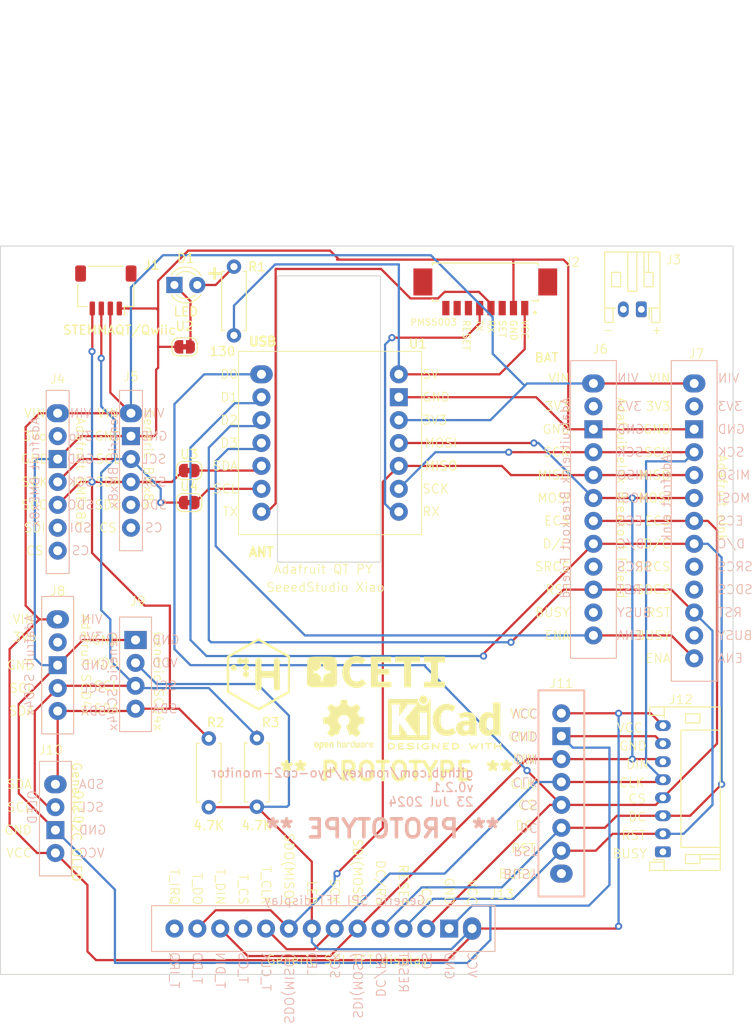
<source format=kicad_pcb>
(kicad_pcb (version 20240108) (generator "pcbnew") (generator_version "8.0")
  (title_block (title "BYO CO2 Monitor Prototype") (date "2024-07-22") (rev "0.2.0") (company "PDX Hackerspace / CETI Institute") (comment 1 "John Romkey"))
  (layers (0 "F.Cu" signal) (31 "B.Cu" signal) (34 "B.Paste" user) (35 "F.Paste" user) (36 "B.SilkS" user "B.Silkscreen") (37 "F.SilkS" user "F.Silkscreen") (38 "B.Mask" user) (39 "F.Mask" user) (44 "Edge.Cuts" user))
  (net 0 "")
  (net 1 "+3.3V")
  (net 2 "GND")
  (net 3 "/SCL")
  (net 4 "/SDA")
  (net 5 "/SCK")
  (net 6 "/SDI")
  (net 7 "/SDO")
  (net 8 "/D_CS")
  (net 9 "/DC")
  (net 10 "/D_RST")
  (net 11 "/D_ENA")
  (net 12 "+5V")
  (net 13 "/CPU_TX")
  (net 14 "/CPU_RX")
  (net 19 "Net-(D1-K)")
  (net 20 "Net-(D1-A)")
  (footprint "LED_THT:LED_D3.0mm" (layer "F.Cu") (at 66.797 44.958)
    (property "Reference" "D1")
    (property "Value" "LED")
  )
  (footprint "Jumper:SolderJumper-2_P1.3mm_Bridged_RoundedPad1.0x1.5mm" (layer "F.Cu") (at 68.438 65.538)
    (property "Reference" "U3")
    (property "Value" "~")
  )
  (footprint "MountingHole:MountingHole_2.7mm_M2.5" (layer "F.Cu") (at 50.546 118.364)
    (property "Reference" "H3" (hide yes))
    (property "Value" "MountingHole" (hide yes))
  )
  (footprint "Connector_JST:JST_SH_SM04B-SRSS-TB_1x04-1MP_P1.00mm_Horizontal" (layer "F.Cu") (at 59.188 45.563 180)
    (property "Reference" "J1")
    (property "Value" "~")
  )
  (footprint "1myFootprints:Adafruit eInk Breakout Friend" (layer "F.Cu") (at 113.284 81.28)
    (property "Reference" "J6")
    (property "Value" "~" (hide yes))
  )
  (footprint "1myFootprints:Wavshare ePaper SPI" (layer "F.Cu") (at 109.728 89.916 180)
    (property "Reference" "J11")
    (property "Value" "~" (hide yes))
  )
  (footprint "1myFootprints:OSHW-Logo2_7.3x6mm_SilkScreen" (layer "F.Cu") (at 85.598 93.726)
    (property "Reference" "REF**" (hide yes))
    (property "Value" "OSHW-Logo2_7.3x6mm_SilkScreen" (hide yes))
  )
  (footprint "MountingHole:MountingHole_2.7mm_M2.5" (layer "F.Cu") (at 50.8 43.942)
    (property "Reference" "H1" (hide yes))
    (property "Value" "MountingHole" (hide yes))
  )
  (footprint "1myFootprints:Waveshare ePaper SPI JST" (layer "F.Cu") (at 122.994 91.1215 180)
    (property "Reference" "J12")
    (property "Value" "~")
  )
  (footprint "Resistor_THT:R_Axial_DIN0207_L6.3mm_D2.5mm_P7.62mm_Horizontal" (layer "F.Cu") (at 70.612 102.87 90)
    (property "Reference" "R2")
    (property "Value" "4.7K")
  )
  (footprint "1myFootprints:CTRLH Logo" (layer "F.Cu") (at 75.946 88.138)
    (property "Reference" "REF**" (hide yes))
    (property "Value" "CTRLH Logo" (hide yes))
  )
  (footprint "Symbol:KiCad-Logo2_5mm_SilkScreen" (layer "F.Cu") (at 96.774 93.472)
    (property "Reference" "REF**" (hide yes))
    (property "Value" "KiCad-Logo2_5mm_SilkScreen" (hide yes))
  )
  (footprint "Jumper:SolderJumper-2_P1.3mm_Bridged_RoundedPad1.0x1.5mm" (layer "F.Cu") (at 67.93 51.816 180)
    (property "Reference" "U2")
    (property "Value" "~" (hide yes))
  )
  (footprint "Resistor_THT:R_Axial_DIN0207_L6.3mm_D2.5mm_P7.62mm_Horizontal" (layer "F.Cu") (at 75.946 102.824 90)
    (property "Reference" "R3")
    (property "Value" "4.7K")
  )
  (footprint "MountingHole:MountingHole_2.7mm_M2.5" (layer "F.Cu") (at 125.73 118.364)
    (property "Reference" "H4" (hide yes))
    (property "Value" "MountingHole" (hide yes))
  )
  (footprint "1myFootprints:Adafruit eInk Breakout (GENERIC)" (layer "F.Cu") (at 124.46 81.28)
    (property "Reference" "J7")
    (property "Value" "~")
  )
  (footprint "1myFootprints:PMS5003 Connector" (layer "F.Cu") (at 100.684 39.7315 180)
    (property "Reference" "J2")
    (property "Value" "~" (hide yes))
  )
  (footprint "1myFootprints:SPI_TFT_TOUCH" (layer "F.Cu") (at 64.262 118.872 -90)
    (property "Reference" "J13")
    (property "Value" "~")
  )
  (footprint "1myFootprints:CETI Institute logo" (layer "F.Cu") (at 89.512956 88.090877)
    (property "Reference" "G***" (hide yes))
    (property "Value" "LOGO" (hide yes))
  )
  (footprint "MountingHole:MountingHole_2.7mm_M2.5" (layer "F.Cu") (at 125.73 43.942)
    (property "Reference" "H2" (hide yes))
    (property "Value" "MountingHole" (hide yes))
  )
  (footprint "1myFootprints:Generic I2C OLED" (layer "F.Cu") (at 53.594 113.03)
    (property "Reference" "J10")
    (property "Value" "~" (hide yes))
  )
  (footprint "1myFootprints:Adafruit SCD4x Breakout" (layer "F.Cu") (at 53.848 97.282)
    (property "Reference" "J8")
    (property "Value" "~" (hide yes))
  )
  (footprint "Resistor_THT:R_Axial_DIN0207_L6.3mm_D2.5mm_P7.62mm_Horizontal" (layer "F.Cu") (at 73.406 50.546 90)
    (property "Reference" "R1")
    (property "Value" "130")
  )
  (footprint "Jumper:SolderJumper-2_P1.3mm_Bridged_RoundedPad1.0x1.5mm" (layer "F.Cu") (at 68.438 69.088)
    (property "Reference" "U4")
    (property "Value" "~")
  )
  (footprint "1myFootprints:Generic BMx8x Breakout" (layer "F.Cu") (at 61.976 82.042)
    (property "Reference" "J5")
    (property "Value" "~" (hide yes))
  )
  (footprint "1myFootprints:Xiao ESP32S3" (layer "F.Cu") (at 81.534 75.184)
    (property "Reference" "U1" (hide yes))
    (property "Value" "~" (hide yes))
  )
  (footprint "1myFootprints:LiPo Connector" (layer "F.Cu") (at 117.602 37.508 180)
    (property "Reference" "J3")
    (property "Value" "~" (hide yes))
  )
  (footprint "1myFootprints:Generic SCD4x Breakout" (layer "F.Cu") (at 62.484 99.568)
    (property "Reference" "J9")
    (property "Value" "~" (hide yes))
  )
  (footprint "1myFootprints:Adafruit BMx8x Breakout" (layer "F.Cu") (at 53.848 82.042)
    (property "Reference" "J4")
    (property "Value" "~" (hide yes))
  )
  (gr_rect (start 47.498 40.64) (end 128.778 121.412) (stroke (width 0.1)) (fill none) (layer "Edge.Cuts"))
  (gr_rect (start 78.232 43.942) (end 89.662 75.692) (stroke (width 0.1)) (fill none) (layer "Edge.Cuts"))
  (gr_text "** PROTOTYPE **" (at 103.124 106.426 0) (layer "B.SilkS") (effects (font (size 2 2) (thickness 0.4) (bold yes)) (justify left bottom mirror)))
  (gr_text "github.com/romkey/byo-co2-monitor\nv0.2.1\n23 Jul 2024" (at 100.076 102.87 0) (layer "B.SilkS") (effects (font (size 1 1)) (justify left bottom mirror)))
  (gr_text "+" (at 72.39 44.45 0) (layer "F.SilkS") (effects (font (size 1.5 1.5) (thickness 0.3) (bold yes)) (justify left bottom mirror)))
  (gr_text "MISO" (at 94.488 65.024 0) (layer "F.SilkS") (effects (font (size 1 1) (thickness 0.125)) (justify left)))
  (gr_text "BAT" (at 106.68 53.594 0) (layer "F.SilkS") (effects (font (size 1 1)) (justify left bottom)))
  (gr_text "** PROTOTYPE **" (at 78.232 100.076 0) (layer "F.SilkS") (effects (font (size 2 2) (thickness 0.4) (bold yes)) (justify left bottom)))
  (gr_text "STEMMAQT/Qwiic" (at 54.356 50.546 0) (layer "F.SilkS") (effects (font (size 1 1)) (justify left bottom)))
  (gr_text "RX" (at 94.234 70.104 0) (layer "F.SilkS") (effects (font (size 1 1) (thickness 0.1)) (justify left)))
  (gr_text "Generic I2C OLED" (at 55.364 97.79 270) (layer "F.SilkS") (effects (font (size 1 1) (thickness 0.125)) (justify left bottom)))
  (gr_text "ANT" (at 74.93 75.184 0) (layer "F.SilkS") (effects (font (size 1 1) (thickness 0.25) (bold yes)) (justify left bottom)))
  (gr_text "U1" (at 92.71 52.07 0) (layer "F.SilkS") (effects (font (size 1 1)) (justify left bottom)))
  (gr_text "USB" (at 74.93 51.816 0) (layer "F.SilkS") (effects (font (size 1 1) (thickness 0.25) (bold yes)) (justify left bottom)))
  (segment (start 57.15 111.506) (end 57.15 118.872) (width 0.25) (layer "F.Cu") (net 1))
  (segment (start 75.9 102.87) (end 75.946 102.824) (width 0.25) (layer "F.Cu") (net 1))
  (segment (start 48.514 85.344) (end 51.816 82.042) (width 0.25) (layer "F.Cu") (net 1))
  (segment (start 61.976 59.182) (end 59.688 56.894) (width 0.25) (layer "F.Cu") (net 1))
  (segment (start 53.848 59.182) (end 51.816 59.182) (width 0.25) (layer "F.Cu") (net 1))
  (segment (start 50.292 60.706) (end 50.292 80.518) (width 0.25) (layer "F.Cu") (net 1))
  (segment (start 57.15 118.872) (end 58.108 119.83) (width 0.25) (layer "F.Cu") (net 1))
  (segment (start 82.042 116.332) (end 82.042 108.92) (width 0.25) (layer "F.Cu") (net 1))
  (segment (start 53.594 107.95) (end 51.562 107.95) (width 0.25) (layer "F.Cu") (net 1))
  (segment (start 51.816 59.182) (end 50.292 60.706) (width 0.25) (layer "F.Cu") (net 1))
  (segment (start 51.562 107.95) (end 48.514 104.902) (width 0.25) (layer "F.Cu") (net 1))
  (segment (start 48.514 104.902) (end 48.514 85.344) (width 0.25) (layer "F.Cu") (net 1))
  (segment (start 99.822 116.332) (end 115.824 116.332) (width 0.25) (layer "F.Cu") (net 1))
  (segment (start 59.688 56.894) (end 59.688 47.563) (width 0.25) (layer "F.Cu") (net 1))
  (segment (start 50.292 80.518) (end 51.816 82.042) (width 0.25) (layer "F.Cu") (net 1))
  (segment (start 70.612 102.87) (end 75.9 102.87) (width 0.25) (layer "F.Cu") (net 1))
  (segment (start 116.078 92.456) (end 119.6285 92.456) (width 0.25) (layer "F.Cu") (net 1))
  (segment (start 51.816 82.042) (end 53.848 82.042) (width 0.25) (layer "F.Cu") (net 1))
  (segment (start 58.108 119.83) (end 97.086 119.83) (width 0.25) (layer "F.Cu") (net 1))
  (segment (start 53.594 107.95) (end 57.15 111.506) (width 0.25) (layer "F.Cu") (net 1))
  (segment (start 119.6285 92.456) (end 120.994 93.8215) (width 0.25) (layer "F.Cu") (net 1))
  (segment (start 61.976 59.182) (end 53.848 59.182) (width 0.25) (layer "F.Cu") (net 1))
  (segment (start 82.042 108.92) (end 75.946 102.824) (width 0.25) (layer "F.Cu") (net 1))
  (segment (start 115.824 116.332) (end 116.078 116.078) (width 0.25) (layer "F.Cu") (net 1))
  (segment (start 113.284 55.88) (end 124.46 55.88) (width 0.25) (layer "F.Cu") (net 1))
  (segment (start 109.728 92.456) (end 116.078 92.456) (width 0.25) (layer "F.Cu") (net 1))
  (segment (start 97.086 119.83) (end 99.822 117.094) (width 0.25) (layer "F.Cu") (net 1))
  (via (at 116.078 116.078) (size 0.8) (drill 0.4) (layers "F.Cu" "B.Cu") (net 1))
  (via (at 116.078 92.456) (size 0.8) (drill 0.4) (layers "F.Cu" "B.Cu") (net 1))
  (segment (start 61.976 59.182) (end 61.976 45.212) (width 0.25) (layer "B.Cu") (net 1))
  (segment (start 113.284 55.88) (end 105.918 55.88) (width 0.25) (layer "B.Cu") (net 1))
  (segment (start 79.294 102.824) (end 75.946 102.824) (width 0.25) (layer "B.Cu") (net 1))
  (segment (start 97.536 118.618) (end 99.822 116.332) (width 0.25) (layer "B.Cu") (net 1))
  (segment (start 95.25 41.656) (end 102.108 48.514) (width 0.25) (layer "B.Cu") (net 1))
  (segment (start 64.828 89.212) (end 76.004 89.212) (width 0.25) (layer "B.Cu") (net 1))
  (segment (start 61.976 45.212) (end 65.532 41.656) (width 0.25) (layer "B.Cu") (net 1))
  (segment (start 76.004 89.212) (end 79.502 92.71) (width 0.25) (layer "B.Cu") (net 1))
  (segment (start 105.918 55.88) (end 105.664 56.134) (width 0.25) (layer "B.Cu") (net 1))
  (segment (start 79.502 92.71) (end 79.502 102.616) (width 0.25) (layer "B.Cu") (net 1))
  (segment (start 62.484 86.868) (end 64.828 89.212) (width 0.25) (layer "B.Cu") (net 1))
  (segment (start 79.502 102.616) (end 79.294 102.824) (width 0.25) (layer "B.Cu") (net 1))
  (segment (start 82.042 116.332) (end 82.042 117.856) (width 0.25) (layer "B.Cu") (net 1))
  (segment (start 82.042 117.856) (end 82.804 118.618) (width 0.25) (layer "B.Cu") (net 1))
  (segment (start 82.804 118.618) (end 97.536 118.618) (width 0.25) (layer "B.Cu") (net 1))
  (segment (start 102.108 52.578) (end 105.664 56.134) (width 0.25) (layer "B.Cu") (net 1))
  (segment (start 65.532 41.656) (end 95.25 41.656) (width 0.25) (layer "B.Cu") (net 1))
  (segment (start 116.078 92.456) (end 116.078 116.078) (width 0.25) (layer "B.Cu") (net 1))
  (segment (start 102.108 48.514) (end 102.108 52.578) (width 0.25) (layer "B.Cu") (net 1))
  (segment (start 91.694 59.944) (end 101.854 59.944) (width 0.25) (layer "B.Cu") (net 1))
  (segment (start 101.854 59.944) (end 105.664 56.134) (width 0.25) (layer "B.Cu") (net 1))
  (segment (start 61.976 61.722) (end 64.516 61.722) (width 0.25) (layer "F.Cu") (net 2))
  (segment (start 56.642 84.328) (end 53.848 87.122) (width 0.25) (layer "F.Cu") (net 2))
  (segment (start 84.074 41.148) (end 85.07 42.144) (width 0.25) (layer "F.Cu") (net 2))
  (segment (start 91.694 57.404) (end 106.934 57.404) (width 0.25) (layer "F.Cu") (net 2))
  (segment (start 53.848 87.122) (end 49.53 91.44) (width 0.25) (layer "F.Cu") (net 2))
  (segment (start 64.516 61.722) (end 64.77 61.468) (width 0.25) (layer "F.Cu") (net 2))
  (segment (start 110.49 60.96) (end 113.284 60.96) (width 0.25) (layer "F.Cu") (net 2))
  (segment (start 109.962 42.144) (end 110.49 42.672) (width 0.25) (layer "F.Cu") (net 2))
  (segment (start 106.934 57.404) (end 110.49 60.96) (width 0.25) (layer "F.Cu") (net 2))
  (segment (start 104.394 42.672) (end 104.414 42.692) (width 0.25) (layer "F.Cu") (net 2))
  (segment (start 109.728 94.996) (end 120.1685 94.996) (width 0.25) (layer "F.Cu") (net 2))
  (segment (start 62.484 84.328) (end 56.642 84.328) (width 0.25) (layer "F.Cu") (net 2))
  (segment (start 64.994 51.816) (end 64.994 47.752) (width 0.25) (layer "F.Cu") (net 2))
  (segment (start 68.326 41.148) (end 84.074 41.148) (width 0.25) (layer "F.Cu") (net 2))
  (segment (start 49.53 101.346) (end 53.594 105.41) (width 0.25) (layer "F.Cu") (net 2))
  (segment (start 104.394 42.144) (end 109.962 42.144) (width 0.25) (layer "F.Cu") (net 2))
  (segment (start 104.414 42.692) (end 104.414 47.5215) (width 0.25) (layer "F.Cu") (net 2))
  (segment (start 120.1685 94.996) (end 120.994 95.8215) (width 0.25) (layer "F.Cu") (net 2))
  (segment (start 64.994 51.816) (end 67.28 51.816) (width 0.25) (layer "F.Cu") (net 2))
  (segment (start 64.994 54.132) (end 64.994 51.816) (width 0.25) (layer "F.Cu") (net 2))
  (segment (start 113.284 60.96) (end 124.46 60.96) (width 0.25) (layer "F.Cu") (net 2))
  (segment (start 56.388 61.722) (end 53.848 64.262) (width 0.25) (layer "F.Cu") (net 2))
  (segment (start 64.77 61.468) (end 64.77 54.356) (width 0.25) (layer "F.Cu") (net 2))
  (segment (start 64.994 47.752) (end 64.994 44.48) (width 0.25) (layer "F.Cu") (net 2))
  (segment (start 104.394 42.144) (end 104.394 42.672) (width 0.25) (layer "F.Cu") (net 2))
  (segment (start 64.77 54.356) (end 64.994 54.132) (width 0.25) (layer "F.Cu") (net 2))
  (segment (start 84.836 42.144) (end 104.394 42.144) (width 0.25) (layer "F.Cu") (net 2))
  (segment (start 60.688 47.563) (end 64.805 47.563) (width 0.25) (layer "F.Cu") (net 2))
  (segment (start 49.53 91.44) (end 49.53 101.346) (width 0.25) (layer "F.Cu") (net 2))
  (segment (start 64.994 44.48) (end 68.326 41.148) (width 0.25) (layer "F.Cu") (net 2))
  (segment (start 61.976 61.722) (end 56.388 61.722) (width 0.25) (layer "F.Cu") (net 2))
  (segment (start 110.49 42.672) (end 110.49 60.96) (width 0.25) (layer "F.Cu") (net 2))
  (segment (start 64.805 47.563) (end 64.994 47.752) (width 0.25) (layer "F.Cu") (net 2))
  (segment (start 101.854 117.602) (end 99.314 120.142) (width 0.25) (layer "B.Cu") (net 2))
  (segment (start 109.728 94.996) (end 110.998 96.266) (width 0.25) (layer "B.Cu") (net 2))
  (segment (start 101.854 113.792) (end 99.822 113.792) (width 0.25) (layer "B.Cu") (net 2))
  (segment (start 51.308 64.516) (end 51.308 86.36) (width 0.25) (layer "B.Cu") (net 2))
  (segment (start 53.848 64.262) (end 51.562 64.262) (width 0.25) (layer "B.Cu") (net 2))
  (segment (start 99.822 113.792) (end 97.282 116.332) (width 0.25) (layer "B.Cu") (net 2))
  (segment (start 110.998 96.266) (end 115.062 96.266) (width 0.25) (layer "B.Cu") (net 2))
  (segment (start 112.776 113.792) (end 101.854 113.792) (width 0.25) (layer "B.Cu") (net 2))
  (segment (start 52.07 87.122) (end 53.848 87.122) (width 0.25) (layer "B.Cu") (net 2))
  (segment (start 99.314 120.142) (end 60.198 120.142) (width 0.25) (layer "B.Cu") (net 2))
  (segment (start 115.062 96.266) (end 115.062 111.506) (width 0.25) (layer "B.Cu") (net 2))
  (segment (start 60.198 112.014) (end 53.594 105.41) (width 0.25) (layer "B.Cu") (net 2))
  (segment (start 60.198 120.142) (end 60.198 112.014) (width 0.25) (layer "B.Cu") (net 2))
  (segment (start 51.308 86.36) (end 52.07 87.122) (width 0.25) (layer "B.Cu") (net 2))
  (segment (start 115.062 111.506) (end 112.776 113.792) (width 0.25) (layer "B.Cu") (net 2))
  (segment (start 51.562 64.262) (end 51.308 64.516) (width 0.25) (layer "B.Cu") (net 2))
  (segment (start 101.854 113.792) (end 101.854 117.602) (width 0.25) (layer "B.Cu") (net 2))
  (segment (start 53.594 102.87) (end 52.832 102.87) (width 0.25) (layer "F.Cu") (net 3))
  (segment (start 65.278 69.088) (end 67.788 69.088) (width 0.25) (layer "F.Cu") (net 3))
  (segment (start 58.688 53.072) (end 58.688 47.563) (width 0.25) (layer "F.Cu") (net 3))
  (segment (start 76.454 68.226) (end 75.792 67.564) (width 0.25) (layer "F.Cu") (net 3))
  (segment (start 51.308 101.346) (end 51.308 92.202) (width 0.25) (layer "F.Cu") (net 3))
  (segment (start 56.388 64.262) (end 53.848 66.802) (width 0.25) (layer "F.Cu") (net 3))
  (segment (start 75.946 94.465) (end 75.946 95.204) (width 0.25) (layer "F.Cu") (net 3))
  (segment (start 51.308 92.202) (end 53.848 89.662) (width 0.25) (layer "F.Cu") (net 3))
  (segment (start 62.484 89.408) (end 54.102 89.408) (width 0.25) (layer "F.Cu") (net 3))
  (segment (start 69.088 69.088) (end 70.612 67.564) (width 0.25) (layer "F.Cu") (net 3))
  (segment (start 58.674 53.086) (end 58.688 53.072) (width 0.25) (layer "F.Cu") (net 3))
  (segment (start 70.612 67.564) (end 73.406 67.564) (width 0.25) (layer "F.Cu") (net 3))
  (segment (start 52.832 102.87) (end 51.308 101.346) (width 0.25) (layer "F.Cu") (net 3))
  (segment (start 61.976 64.262) (end 56.388 64.262) (width 0.25) (layer "F.Cu") (net 3))
  (segment (start 75.792 67.564) (end 73.052 67.564) (width 0.25) (layer "F.Cu") (net 3))
  (via (at 65.278 69.088) (size 0.8) (drill 0.4) (layers "F.Cu" "B.Cu") (net 3))
  (via (at 58.674 53.086) (size 0.8) (drill 0.4) (layers "F.Cu" "B.Cu") (net 3))
  (segment (start 58.674 81.026) (end 59.69 82.042) (width 0.25) (layer "B.Cu") (net 3))
  (segment (start 61.976 64.262) (end 60.198 64.262) (width 0.25) (layer "B.Cu") (net 3))
  (segment (start 59.944 86.614) (end 59.944 86.868) (width 0.25) (layer "B.Cu") (net 3))
  (segment (start 60.198 59.944) (end 58.674 58.42) (width 0.25) (layer "B.Cu") (net 3))
  (segment (start 59.944 86.868) (end 62.484 89.408) (width 0.25) (layer "B.Cu") (net 3))
  (segment (start 62.484 89.408) (end 62.738 89.662) (width 0.25) (layer "B.Cu") (net 3))
  (segment (start 58.674 53.086) (end 58.674 53.34) (width 0.25) (layer "B.Cu") (net 3))
  (segment (start 62.738 89.662) (end 70.612 89.662) (width 0.25) (layer "B.Cu") (net 3))
  (segment (start 59.69 82.042) (end 59.69 86.36) (width 0.25) (layer "B.Cu") (net 3))
  (segment (start 60.198 64.262) (end 58.674 65.786) (width 0.25) (layer "B.Cu") (net 3))
  (segment (start 59.69 86.36) (end 59.944 86.614) (width 0.25) (layer "B.Cu") (net 3))
  (segment (start 65.278 67.564) (end 65.278 69.088) (width 0.25) (layer "B.Cu") (net 3))
  (segment (start 75.946 94.996) (end 75.946 95.204) (width 0.25) (layer "B.Cu") (net 3))
  (segment (start 61.976 64.262) (end 65.278 67.564) (width 0.25) (layer "B.Cu") (net 3))
  (segment (start 58.674 58.42) (end 58.674 53.086) (width 0.25) (layer "B.Cu") (net 3))
  (segment (start 60.198 64.262) (end 60.198 59.944) (width 0.25) (layer "B.Cu") (net 3))
  (segment (start 58.674 65.786) (end 58.674 81.026) (width 0.25) (layer "B.Cu") (net 3))
  (segment (start 70.612 89.662) (end 75.946 94.996) (width 0.25) (layer "B.Cu") (net 3))
  (segment (start 61.976 66.802) (end 66.524 66.802) (width 0.25) (layer "F.Cu") (net 4))
  (segment (start 66.294 80.518) (end 66.294 91.694) (width 0.25) (layer "F.Cu") (net 4))
  (segment (start 59.563 76.581) (end 63.5 80.518) (width 0.25) (layer "F.Cu") (net 4))
  (segment (start 61.976 66.802) (end 57.658 66.802) (width 0.25) (layer "F.Cu") (net 4))
  (segment (start 53.848 92.202) (end 53.848 100.076) (width 0.25) (layer "F.Cu") (net 4))
  (segment (start 75.94 65.538) (end 69.088 65.538) (width 0.25) (layer "F.Cu") (net 4))
  (segment (start 66.524 66.802) (end 67.788 65.538) (width 0.25) (layer "F.Cu") (net 4))
  (segment (start 53.848 100.076) (end 53.594 100.33) (width 0.25) (layer "F.Cu") (net 4))
  (segment (start 66.294 91.694) (end 66.294 91.948) (width 0.25) (layer "F.Cu") (net 4))
  (segment (start 57.688 52.294) (end 57.688 47.563) (width 0.25) (layer "F.Cu") (net 4))
  (segment (start 57.658 66.802) (end 57.658 74.676) (width 0.25) (layer "F.Cu") (net 4))
  (segment (start 56.388 66.802) (end 53.848 69.342) (width 0.25) (layer "F.Cu") (net 4))
  (segment (start 57.658 66.802) (end 56.388 66.802) (width 0.25) (layer "F.Cu") (net 4))
  (segment (start 67.31 91.948) (end 70.612 95.25) (width 0.25) (layer "F.Cu") (net 4))
  (segment (start 66.294 91.948) (end 62.484 91.948) (width 0.25) (layer "F.Cu") (net 4))
  (segment (start 57.658 52.324) (end 57.688 52.294) (width 0.25) (layer "F.Cu") (net 4))
  (segment (start 66.294 91.948) (end 67.31 91.948) (width 0.25) (layer "F.Cu") (net 4))
  (segment (start 57.658 74.676) (end 59.563 76.581) (width 0.25) (layer "F.Cu") (net 4))
  (segment (start 53.848 92.202) (end 62.23 92.202) (width 0.25) (layer "F.Cu") (net 4))
  (segment (start 63.5 80.518) (end 66.294 80.518) (width 0.25) (layer "F.Cu") (net 4))
  (segment (start 76.454 65.024) (end 75.94 65.538) (width 0.25) (layer "F.Cu") (net 4))
  (via (at 57.658 52.324) (size 0.8) (drill 0.4) (layers "F.Cu" "B.Cu") (net 4))
  (via (at 57.658 66.802) (size 0.8) (drill 0.4) (layers "F.Cu" "B.Cu") (net 4))
  (segment (start 57.658 52.324) (end 57.658 66.802) (width 0.25) (layer "B.Cu") (net 4))
  (segment (start 113.284 63.5) (end 105.31 63.5) (width 0.25) (layer "F.Cu") (net 5))
  (segment (start 82.296 118.618) (end 84.582 116.332) (width 0.25) (layer "F.Cu") (net 5))
  (segment (start 79.248 118.618) (end 82.296 118.618) (width 0.25) (layer "F.Cu") (net 5))
  (segment (start 105.31 63.5) (end 103.886 63.5) (width 0.25) (layer "F.Cu") (net 5))
  (segment (start 76.962 116.332) (end 79.248 118.618) (width 0.25) (layer "F.Cu") (net 5))
  (segment (start 113.284 63.5) (end 124.46 63.5) (width 0.25) (layer "F.Cu") (net 5))
  (segment (start 109.728 100.076) (end 120.7395 100.076) (width 0.25) (layer "F.Cu") (net 5))
  (via (at 103.886 63.5) (size 0.8) (drill 0.4) (layers "F.Cu" "B.Cu") (net 5))
  (segment (start 109.728 100.076) (end 106.934 100.076) (width 0.25) (layer "B.Cu") (net 5))
  (segment (start 119.126 97.9535) (end 120.994 99.8215) (width 0.25) (layer "B.Cu") (net 5))
  (segment (start 96.774 110.236) (end 90.678 110.236) (width 0.25) (layer "B.Cu") (net 5))
  (segment (start 96.774 110.236) (end 106.934 100.076) (width 0.25) (layer "B.Cu") (net 5))
  (segment (start 90.678 110.236) (end 84.582 116.332) (width 0.25) (layer "B.Cu") (net 5))
  (segment (start 91.694 67.564) (end 95.758 63.5) (width 0.25) (layer "B.Cu") (net 5))
  (segment (start 123.444 64.516) (end 119.126 64.516) (width 0.25) (layer "B.Cu") (net 5))
  (segment (start 119.126 64.516) (end 119.126 97.9535) (width 0.25) (layer "B.Cu") (net 5))
  (segment (start 124.46 63.5) (end 123.444 64.516) (width 0.25) (layer "B.Cu") (net 5))
  (segment (start 95.758 63.5) (end 103.886 63.5) (width 0.25) (layer "B.Cu") (net 5))
  (segment (start 109.728 97.536) (end 105.918 97.536) (width 0.25) (layer "F.Cu") (net 6))
  (segment (start 87.122 116.332) (end 84.074 119.38) (width 0.25) (layer "F.Cu") (net 6))
  (segment (start 84.074 119.38) (end 74.93 119.38) (width 0.25) (layer "F.Cu") (net 6))
  (segment (start 91.694 62.484) (end 106.68 62.484) (width 0.25) (layer "F.Cu") (net 6))
  (segment (start 74.93 119.38) (end 71.882 116.332) (width 0.25) (layer "F.Cu") (net 6))
  (segment (start 105.918 97.536) (end 87.122 116.332) (width 0.25) (layer "F.Cu") (net 6))
  (segment (start 113.284 68.58) (end 117.602 68.58) (width 0.25) (layer "F.Cu") (net 6))
  (segment (start 117.602 97.536) (end 120.7085 97.536) (width 0.25) (layer "F.Cu") (net 6))
  (segment (start 117.602 68.58) (end 124.46 68.58) (width 0.25) (layer "F.Cu") (net 6))
  (segment (start 109.728 97.536) (end 117.602 97.536) (width 0.25) (layer "F.Cu") (net 6))
  (segment (start 106.68 62.484) (end 106.426 62.484) (width 0.25) (layer "F.Cu") (net 6))
  (via (at 106.68 62.484) (size 0.8) (drill 0.4) (layers "F.Cu" "B.Cu") (net 6))
  (via (at 117.602 97.536) (size 0.8) (drill 0.4) (layers "F.Cu" "B.Cu") (net 6))
  (via (at 117.602 68.58) (size 0.8) (drill 0.4) (layers "F.Cu" "B.Cu") (net 6))
  (segment (start 107.188 62.484) (end 106.68 62.484) (width 0.25) (layer "B.Cu") (net 6))
  (segment (start 117.602 97.536) (end 117.602 68.58) (width 0.25) (layer "B.Cu") (net 6))
  (segment (start 113.284 68.58) (end 107.188 62.484) (width 0.25) (layer "B.Cu") (net 6))
  (segment (start 103.124 65.024) (end 104.14 66.04) (width 0.25) (layer "F.Cu") (net 7))
  (segment (start 71.374 114.3) (end 77.47 114.3) (width 0.25) (layer "F.Cu") (net 7))
  (segment (start 104.14 66.04) (end 113.284 66.04) (width 0.25) (layer "F.Cu") (net 7))
  (segment (start 91.694 65.024) (end 89.916 66.802) (width 0.25) (layer "F.Cu") (net 7))
  (segment (start 89.916 66.802) (end 89.916 105.156) (width 0.25) (layer "F.Cu") (net 7))
  (segment (start 89.916 105.156) (end 84.836 110.236) (width 0.25) (layer "F.Cu") (net 7))
  (segment (start 113.284 66.04) (end 124.46 66.04) (width 0.25) (layer "F.Cu") (net 7))
  (segment (start 77.47 114.3) (end 78.74 115.57) (width 0.25) (layer "F.Cu") (net 7))
  (segment (start 69.342 116.332) (end 71.374 114.3) (width 0.25) (layer "F.Cu") (net 7))
  (segment (start 91.694 65.024) (end 103.124 65.024) (width 0.25) (layer "F.Cu") (net 7))
  (via (at 84.836 110.236) (size 0.8) (drill 0.4) (layers "F.Cu" "B.Cu") (net 7))
  (segment (start 84.836 110.236) (end 84.582 110.49) (width 0.25) (layer "B.Cu") (net 7))
  (segment (start 84.582 110.49) (end 84.582 111.252) (width 0.25) (layer "B.Cu") (net 7))
  (segment (start 84.582 111.252) (end 79.502 116.332) (width 0.25) (layer "B.Cu") (net 7))
  (segment (start 127 95.8155) (end 120.994 101.8215) (width 0.25) (layer "F.Cu") (net 8))
  (segment (start 124.46 71.12) (end 125.984 71.12) (width 0.25) (layer "F.Cu") (net 8))
  (segment (start 125.984 71.12) (end 127 72.136) (width 0.25) (layer "F.Cu") (net 8))
  (segment (start 108.458 102.616) (end 94.742 116.332) (width 0.25) (layer "F.Cu") (net 8))
  (segment (start 113.284 71.12) (end 124.46 71.12) (width 0.25) (layer "F.Cu") (net 8))
  (segment (start 109.728 102.616) (end 120.1995 102.616) (width 0.25) (layer "F.Cu") (net 8))
  (segment (start 127 72.136) (end 127 95.8155) (width 0.25) (layer "F.Cu") (net 8))
  (segment (start 120.1995 102.616) (end 120.994 101.8215) (width 0.25) (layer "F.Cu") (net 8))
  (segment (start 105.918 98.806) (end 109.728 102.616) (width 0.25) (layer "F.Cu") (net 8))
  (segment (start 109.728 102.616) (end 108.458 102.616) (width 0.25) (layer "F.Cu") (net 8))
  (via (at 105.918 98.806) (size 0.8) (drill 0.4) (layers "F.Cu" "B.Cu") (net 8))
  (segment (start 70.104 54.864) (end 75.792 54.864) (width 0.25) (layer "B.Cu") (net 8))
  (segment (start 105.918 98.806) (end 105.918 98.552) (width 0.25) (layer "B.Cu") (net 8))
  (segment (start 66.802 58.166) (end 70.104 54.864) (width 0.25) (layer "B.Cu") (net 8))
  (segment (start 68.453 86.995) (end 68.58 87.122) (width 0.25) (layer "B.Cu") (net 8))
  (segment (start 68.58 87.122) (end 94.615 87.122) (width 0.25) (layer "B.Cu") (net 8))
  (segment (start 94.615 87.249) (end 105.918 98.806) (width 0.25) (layer "B.Cu") (net 8))
  (segment (start 66.802 85.344) (end 66.802 58.166) (width 0.25) (layer "B.Cu") (net 8))
  (segment (start 75.792 54.864) (end 76.454 55.526) (width 0.25) (layer "B.Cu") (net 8))
  (segment (start 68.453 86.995) (end 66.802 85.344) (width 0.25) (layer "B.Cu") (net 8))
  (segment (start 113.284 73.66) (end 124.46 73.66) (width 0.25) (layer "F.Cu") (net 9))
  (segment (start 114.554 105.156) (end 115.8885 103.8215) (width 0.25) (layer "F.Cu") (net 9))
  (segment (start 127.508 100.33) (end 124.0165 103.8215) (width 0.25) (layer "F.Cu") (net 9))
  (segment (start 101.092 85.852) (end 113.284 73.66) (width 0.25) (layer "F.Cu") (net 9))
  (segment (start 115.8885 103.8215) (end 120.994 103.8215) (width 0.25) (layer "F.Cu") (net 9))
  (segment (start 101.092 86.106) (end 101.092 85.852) (width 0.25) (layer "F.Cu") (net 9))
  (segment (start 124.0165 103.8215) (end 120.994 103.8215) (width 0.25) (layer "F.Cu") (net 9))
  (segment (start 109.728 105.156) (end 114.554 105.156) (width 0.25) (layer "F.Cu") (net 9))
  (via (at 127.508 100.33) (size 0.8) (drill 0.4) (layers "F.Cu" "B.Cu") (net 9))
  (via (at 101.092 86.106) (size 0.8) (drill 0.4) (layers "F.Cu" "B.Cu") (net 9))
  (segment (start 94.234 111.76) (end 89.662 116.332) (width 0.25) (layer "B.Cu") (net 9))
  (segment (start 73.506 58.066) (end 76.454 58.066) (width 0.25) (layer "B.Cu") (net 9))
  (segment (start 103.124 111.76) (end 94.234 111.76) (width 0.25) (layer "B.Cu") (net 9))
  (segment (start 68.58 62.992) (end 73.506 58.066) (width 0.25) (layer "B.Cu") (net 9))
  (segment (start 68.58 84.328) (end 68.58 62.992) (width 0.25) (layer "B.Cu") (net 9))
  (segment (start 127.508 75.184) (end 127.508 100.076) (width 0.25) (layer "B.Cu") (net 9))
  (segment (start 109.728 105.156) (end 103.124 111.76) (width 0.25) (layer "B.Cu") (net 9))
  (segment (start 127.508 100.076) (end 127.508 100.33) (width 0.25) (layer "B.Cu") (net 9))
  (segment (start 101.092 86.106) (end 70.358 86.106) (width 0.25) (layer "B.Cu") (net 9))
  (segment (start 125.984 73.66) (end 127.508 75.184) (width 0.25) (layer "B.Cu") (net 9))
  (segment (start 124.46 73.66) (end 125.984 73.66) (width 0.25) (layer "B.Cu") (net 9))
  (segment (start 70.358 86.106) (end 68.58 84.328) (width 0.25) (layer "B.Cu") (net 9))
  (segment (start 104.14 84.582) (end 109.982 78.74) (width 0.25) (layer "F.Cu") (net 10))
  (segment (start 121.92 78.74) (end 124.46 81.28) (width 0.25) (layer "F.Cu") (net 10))
  (segment (start 113.284 78.74) (end 121.92 78.74) (width 0.25) (layer "F.Cu") (net 10))
  (segment (start 109.982 78.74) (end 113.284 78.74) (width 0.25) (layer "F.Cu") (net 10))
  (segment (start 115.4125 105.8215) (end 120.994 105.8215) (width 0.25) (layer "F.Cu") (net 10))
  (segment (start 109.728 107.696) (end 113.538 107.696) (width 0.25) (layer "F.Cu") (net 10))
  (segment (start 113.538 107.696) (end 115.4125 105.8215) (width 0.25) (layer "F.Cu") (net 10))
  (via (at 104.14 84.582) (size 0.8) (drill 0.4) (layers "F.Cu" "B.Cu") (net 10))
  (segment (start 70.612 62.992) (end 70.612 84.328) (width 0.25) (layer "B.Cu") (net 10))
  (segment (start 126.492 83.312) (end 126.492 102.616) (width 0.25) (layer "B.Cu") (net 10))
  (segment (start 124.46 81.28) (end 126.492 83.312) (width 0.25) (layer "B.Cu") (net 10))
  (segment (start 109.728 107.696) (end 104.394 113.03) (width 0.25) (layer "B.Cu") (net 10))
  (segment (start 104.394 113.03) (end 95.504 113.03) (width 0.25) (layer "B.Cu") (net 10))
  (segment (start 72.998 60.606) (end 70.612 62.992) (width 0.25) (layer "B.Cu") (net 10))
  (segment (start 123.2865 105.8215) (end 120.994 105.8215) (width 0.25) (layer "B.Cu") (net 10))
  (segment (start 126.492 102.616) (end 123.2865 105.8215) (width 0.25) (layer "B.Cu") (net 10))
  (segment (start 70.866 84.582) (end 104.14 84.582) (width 0.25) (layer "B.Cu") (net 10))
  (segment (start 76.454 60.606) (end 72.998 60.606) (width 0.25) (layer "B.Cu") (net 10))
  (segment (start 95.504 113.03) (end 92.202 116.332) (width 0.25) (layer "B.Cu") (net 10))
  (segment (start 70.612 84.328) (end 70.866 84.582) (width 0.25) (layer "B.Cu") (net 10))
  (segment (start 121.92 83.82) (end 124.46 86.36) (width 0.25) (layer "F.Cu") (net 11))
  (segment (start 113.284 83.82) (end 121.92 83.82) (width 0.25) (layer "F.Cu") (net 11))
  (segment (start 71.374 73.914) (end 81.28 83.82) (width 0.25) (layer "B.Cu") (net 11))
  (segment (start 71.374 64.516) (end 71.374 73.914) (width 0.25) (layer "B.Cu") (net 11))
  (segment (start 76.454 63.146) (end 72.744 63.146) (width 0.25) (layer "B.Cu") (net 11))
  (segment (start 81.28 83.82) (end 113.284 83.82) (width 0.25) (layer "B.Cu") (net 11))
  (segment (start 72.744 63.146) (end 71.374 64.516) (width 0.25) (layer "B.Cu") (net 11))
  (segment (start 91.694 54.864) (end 102.87 54.864) (width 0.25) (layer "F.Cu") (net 12))
  (segment (start 105.664 52.07) (end 105.664 47.5215) (width 0.25) (layer "F.Cu") (net 12))
  (segment (start 102.87 54.864) (end 105.664 52.07) (width 0.25) (layer "F.Cu") (net 12))
  (segment (start 77.978 42.672) (end 91.694 42.672) (width 0.25) (layer "B.Cu") (net 12))
  (segment (start 73.406 50.546) (end 73.406 47.244) (width 0.25) (layer "B.Cu") (net 12))
  (segment (start 73.406 47.244) (end 77.978 42.672) (width 0.25) (layer "B.Cu") (net 12))
  (segment (start 91.694 42.672) (end 91.694 54.864) (width 0.25) (layer "B.Cu") (net 12))
  (segment (start 96.0475 46.4465) (end 96.774 45.72) (width 0.25) (layer "F.Cu") (net 13))
  (segment (start 101.914 47.05) (end 101.914 47.5215) (width 0.25) (layer "F.Cu") (net 13))
  (segment (start 78.029 69.191) (end 78.029 43.18) (width 0.25) (layer "F.Cu") (net 13))
  (segment (start 96.774 45.72) (end 100.584 45.72) (width 0.25) (layer "F.Cu") (net 13))
  (segment (start 78.029 43.18) (end 89.7225 43.18) (width 0.25) (layer "F.Cu") (net 13))
  (segment (start 76.454 70.766) (end 78.029 69.191) (width 0.25) (layer "F.Cu") (net 13))
  (segment (start 92.989 46.4465) (end 96.0475 46.4465) (width 0.25) (layer "F.Cu") (net 13))
  (segment (start 89.7225 43.18) (end 92.989 46.4465) (width 0.25) (layer "F.Cu") (net 13))
  (segment (start 100.584 45.72) (end 101.914 47.05) (width 0.25) (layer "F.Cu") (net 13))
  (segment (start 100.664 49.196) (end 100.664 47.5215) (width 0.25) (layer "F.Cu") (net 14))
  (segment (start 99.06 50.8) (end 100.664 49.196) (width 0.25) (layer "F.Cu") (net 14))
  (segment (start 90.932 50.8) (end 99.06 50.8) (width 0.25) (layer "F.Cu") (net 14))
  (via (at 90.932 50.8) (size 0.8) (drill 0.4) (layers "F.Cu" "B.Cu") (net 14))
  (segment (start 90.17 69.242) (end 91.694 70.766) (width 0.25) (layer "B.Cu") (net 14))
  (segment (start 90.17 51.562) (end 90.17 69.242) (width 0.25) (layer "B.Cu") (net 14))
  (segment (start 90.932 50.8) (end 90.17 51.562) (width 0.25) (layer "B.Cu") (net 14))
  (segment (start 66.797 44.958) (end 68.58 46.741) (width 0.25) (layer "F.Cu") (net 19))
  (segment (start 68.58 46.741) (end 68.58 51.816) (width 0.25) (layer "F.Cu") (net 19))
  (segment (start 69.337 44.958) (end 71.374 44.958) (width 0.25) (layer "F.Cu") (net 20))
  (segment (start 71.374 44.958) (end 73.406 42.926) (width 0.25) (layer "F.Cu") (net 20))
)
</source>
